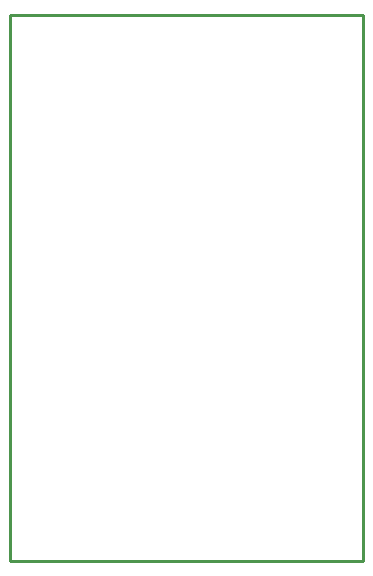
<source format=gko>
%FSLAX25Y25*%
%MOIN*%
G70*
G01*
G75*
G04 Layer_Color=16711935*
%ADD10R,0.17716X0.17716*%
%ADD11O,0.02559X0.00984*%
%ADD12O,0.00984X0.02559*%
%ADD13R,0.08661X0.08661*%
%ADD14O,0.03150X0.01496*%
%ADD15O,0.01496X0.03150*%
%ADD16R,0.05315X0.03740*%
%ADD17R,0.11811X0.00039*%
%ADD18R,0.01575X0.01575*%
%ADD19R,0.03937X0.14961*%
%ADD20R,0.14961X0.03937*%
%ADD21R,0.17913X0.03937*%
%ADD22R,0.03937X0.17913*%
%ADD23R,0.03937X0.03543*%
%ADD24R,0.03150X0.03543*%
%ADD25R,0.01969X0.02362*%
%ADD26R,0.02362X0.01969*%
%ADD27C,0.03937*%
%ADD28C,0.01969*%
%ADD29C,0.01000*%
%ADD30C,0.03937*%
%ADD31C,0.00787*%
%ADD32C,0.01181*%
G04:AMPARAMS|DCode=33|XSize=18.11mil|YSize=66.44mil|CornerRadius=0mil|HoleSize=0mil|Usage=FLASHONLY|Rotation=214.500|XOffset=0mil|YOffset=0mil|HoleType=Round|Shape=Rectangle|*
%AMROTATEDRECTD33*
4,1,4,-0.01135,0.03251,0.02628,-0.02225,0.01135,-0.03251,-0.02628,0.02225,-0.01135,0.03251,0.0*
%
%ADD33ROTATEDRECTD33*%

%ADD34R,0.01811X0.07992*%
%ADD35R,0.12598X0.05079*%
%ADD36R,0.12598X0.04764*%
%ADD37R,0.08583X0.15590*%
%ADD38R,1.00709X0.04764*%
%ADD39R,0.36142X0.03937*%
%ADD40R,0.19193X0.05079*%
%ADD41R,0.04724X0.03150*%
%ADD42R,0.03937X0.02913*%
%ADD43R,0.35500X0.02000*%
%ADD44C,0.05906*%
%ADD45R,0.05906X0.05906*%
%ADD46R,0.05512X0.05512*%
%ADD47C,0.05512*%
%ADD48C,0.06000*%
%ADD49C,0.02598*%
%ADD50C,0.03150*%
%ADD51C,0.00984*%
%ADD52C,0.11811*%
D29*
X269500Y239000D02*
Y421000D01*
X387000D01*
X269500Y239000D02*
X387000D01*
Y421000D01*
M02*

</source>
